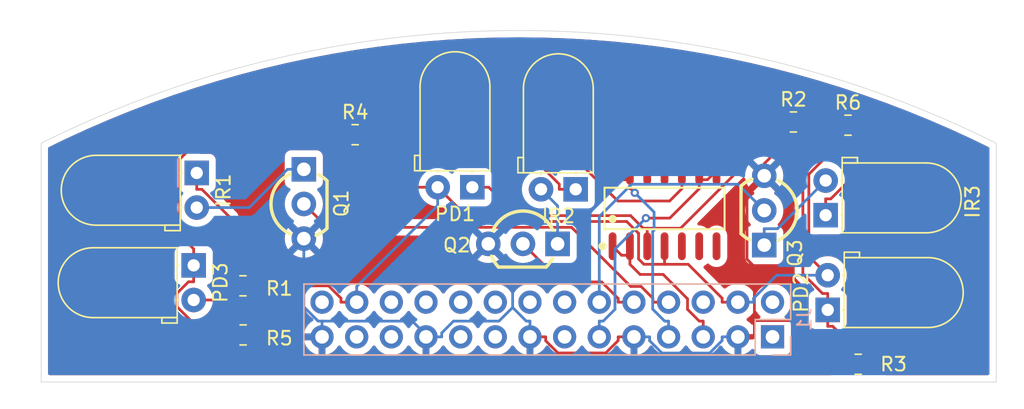
<source format=kicad_pcb>
(kicad_pcb (version 20240108) (generator "pcbnew") (generator_version "8.0")
  (title_block (title "Gerber Files sensor") (date "2024-03-20") (rev "v0.0") (company "UCT") (comment 1 "Author: Kealeboga Motlhankane") (comment 2 "Student Number: MTLKEA016"))
  (layers (0 "F.Cu" signal) (31 "B.Cu" signal) (34 "B.Paste" user) (35 "F.Paste" user) (36 "B.SilkS" user "B.Silkscreen") (37 "F.SilkS" user "F.Silkscreen") (38 "B.Mask" user) (39 "F.Mask" user) (44 "Edge.Cuts" user))
  (net 0 "")
  (net 1 "BATT")
  (net 2 "Net-(IR1-C)")
  (net 3 "Net-(IR1-A)")
  (net 4 "Net-(IR2-A)")
  (net 5 "/PA7")
  (net 6 "/PA6")
  (net 7 "/RESV2")
  (net 8 "GND")
  (net 9 "/PE8")
  (net 10 "/PE12")
  (net 12 "/RESV3")
  (net 13 "/RESV1")
  (net 14 "Net-(IR2-C)")
  (net 15 "/PC4")
  (net 16 "PE15")
  (net 17 "Net-(IR3-A)")
  (net 18 "/PE9")
  (net 19 "Net-(IR3-C)")
  (net 21 "/PC5")
  (net 22 "/AB0")
  (net 23 "BF1")
  (net 24 "/PE10")
  (net 25 "/PE11")
  (net 26 "BF3")
  (net 27 "BF2")
  (net 28 "PE13")
  (net 29 "PE14")
  (net 30 "OUT1")
  (net 31 "OUT2")
  (net 32 "OUT3")
  (footprint "easyeda2kicad:TO-92-3_L4.8-W3.7-P2.54-R" (layer "F.Cu") (at 117.25 124.95 90)
    (property "Reference" "Q1" (at 0.04 2.75 -90) (layer "F.SilkS"))
    (property "Value" "2N2222A" (hide yes))
    (fp_line (start -1.78 1.7) (end 1.7 1.7) (stroke (width 0.25)) (layer "F.SilkS"))
    (fp_arc (start -2.2 -0.99) (mid -0.007425 -2.406598) (end 2.193813 -1.0035) (stroke (width 0.25)) (layer "F.SilkS"))
    (fp_arc (start 2.15 1.08) (mid 1.950169 1.407745) (end 1.700584 1.69939) (stroke (width 0.25)) (layer "F.SilkS"))
    (fp_arc (start -1.8 1.69) (mid -2.087327 1.318774) (end -2.2992 0.899876) (stroke (width 0.25)) (layer "F.SilkS"))
    (fp_arc (start -1.78 1.7) (mid -1.791181 1.696583) (end -1.798541 1.687499) (stroke (width 0.25)) (layer "F.SilkS"))
    (pad "1" thru_hole rect (at 2.54 0) (size 1.8 1.8) (drill 0.999998) (layers "*.Cu" "*.Mask") (net 2 "Net-(IR1-C)"))
    (pad "2" thru_hole circle (at 0 0) (size 1.8 1.8) (drill 0.999998) (layers "*.Cu" "*.Mask") (net 16 "PE15"))
    (pad "3" thru_hole circle (at -2.54 0) (size 1.8 1.8) (drill 0.999998) (layers "*.Cu" "*.Mask") (net 8 "GND"))
  )
  (footprint "Resistor_SMD:R_0805_2012Metric" (layer "F.Cu") (at 112.8 134.55)
    (property "Reference" "R5" (at 2.65 0.25 0) (layer "F.SilkS"))
    (property "Value" "30k")
    (fp_line (start -0.227064 -0.735) (end 0.227064 -0.735) (stroke (width 0.12)) (layer "F.SilkS"))
    (fp_line (start -0.227064 0.735) (end 0.227064 0.735) (stroke (width 0.12)) (layer "F.SilkS"))
    (pad "1" smd roundrect (at -0.9125 0) (size 1.025 1.4) (layers "F.Cu" "F.Paste" "F.Mask") (roundrect_rratio 0.243902) (net 32 "OUT3"))
    (pad "2" smd roundrect (at 0.9125 0) (size 1.025 1.4) (layers "F.Cu" "F.Paste" "F.Mask") (roundrect_rratio 0.243902) (net 8 "GND"))
  )
  (footprint "LED_THT:LED_D5.0mm_Horizontal_O1.27mm_Z3.0mm_IRBlack" (layer "F.Cu") (at 137.175 123.875 180)
    (property "Reference" "IR2" (at 1.27 -1.96 180) (layer "F.SilkS"))
    (property "Value" "TSAL6200" (hide yes))
    (fp_line (start 4.23 2.33) (end 3.83 2.33) (stroke (width 0.12)) (layer "F.SilkS"))
    (fp_line (start 4.23 1.21) (end 4.23 2.33) (stroke (width 0.12)) (layer "F.SilkS"))
    (fp_line (start 3.83 2.33) (end 3.83 1.21) (stroke (width 0.12)) (layer "F.SilkS"))
    (fp_line (start 3.83 1.21) (end 4.23 1.21) (stroke (width 0.12)) (layer "F.SilkS"))
    (fp_line (start 3.83 1.21) (end 3.83 7.37) (stroke (width 0.12)) (layer "F.SilkS"))
    (fp_line (start 2.54 1.21) (end 2.54 1.21) (stroke (width 0.12)) (layer "F.SilkS"))
    (fp_line (start 2.54 1.21) (end 2.54 1.08) (stroke (width 0.12)) (layer "F.SilkS"))
    (fp_line (start 2.54 1.08) (end 2.54 1.21) (stroke (width 0.12)) (layer "F.SilkS"))
    (fp_line (start 2.54 1.08) (end 2.54 1.08) (stroke (width 0.12)) (layer "F.SilkS"))
    (fp_line (start 0 1.21) (end 0 1.21) (stroke (width 0.12)) (layer "F.SilkS"))
    (fp_line (start 0 1.21) (end 0 1.08) (stroke (width 0.12)) (layer "F.SilkS"))
    (fp_line (start 0 1.08) (end 0 1.21) (stroke (width 0.12)) (layer "F.SilkS"))
    (fp_line (start 0 1.08) (end 0 1.08) (stroke (width 0.12)) (layer "F.SilkS"))
    (fp_line (start -1.29 1.21) (end 3.83 1.21) (stroke (width 0.12)) (layer "F.SilkS"))
    (fp_line (start -1.29 1.21) (end -1.29 7.37) (stroke (width 0.12)) (layer "F.SilkS"))
    (fp_arc (start 3.83 7.37) (mid 1.27 9.93) (end -1.29 7.37) (stroke (width 0.12)) (layer "F.SilkS"))
    (pad "1" thru_hole rect (at 0 0 180) (size 1.8 1.8) (drill 0.9) (layers "*.Cu" "*.Mask") (net 4 "Net-(IR2-A)"))
    (pad "2" thru_hole circle (at 2.54 0 180) (size 1.8 1.8) (drill 0.9) (layers "*.Cu" "*.Mask") (net 14 "Net-(IR2-C)"))
  )
  (footprint "LED_THT:LED_D5.0mm_Horizontal_O1.27mm_Z3.0mm_IRBlack" (layer "F.Cu") (at 155.5 125.775 90)
    (property "Reference" "IR3" (at 0.985 10.77 90) (layer "F.SilkS"))
    (property "Value" "TSAL6200" (hide yes))
    (fp_line (start 2.54 1.08) (end 2.54 1.08) (stroke (width 0.12)) (layer "F.SilkS"))
    (fp_line (start 2.54 1.08) (end 2.54 1.21) (stroke (width 0.12)) (layer "F.SilkS"))
    (fp_line (start 0 1.08) (end 0 1.08) (stroke (width 0.12)) (layer "F.SilkS"))
    (fp_line (start 0 1.08) (end 0 1.21) (stroke (width 0.12)) (layer "F.SilkS"))
    (fp_line (start 4.23 1.21) (end 4.23 2.33) (stroke (width 0.12)) (layer "F.SilkS"))
    (fp_line (start 3.83 1.21) (end 4.23 1.21) (stroke (width 0.12)) (layer "F.SilkS"))
    (fp_line (start 3.83 1.21) (end 3.83 7.37) (stroke (width 0.12)) (layer "F.SilkS"))
    (fp_line (start 2.54 1.21) (end 2.54 1.08) (stroke (width 0.12)) (layer "F.SilkS"))
    (fp_line (start 2.54 1.21) (end 2.54 1.21) (stroke (width 0.12)) (layer "F.SilkS"))
    (fp_line (start 0 1.21) (end 0 1.08) (stroke (width 0.12)) (layer "F.SilkS"))
    (fp_line (start 0 1.21) (end 0 1.21) (stroke (width 0.12)) (layer "F.SilkS"))
    (fp_line (start -1.29 1.21) (end 3.83 1.21) (stroke (width 0.12)) (layer "F.SilkS"))
    (fp_line (start -1.29 1.21) (end -1.29 7.37) (stroke (width 0.12)) (layer "F.SilkS"))
    (fp_line (start 4.23 2.33) (end 3.83 2.33) (stroke (width 0.12)) (layer "F.SilkS"))
    (fp_line (start 3.83 2.33) (end 3.83 1.21) (stroke (width 0.12)) (layer "F.SilkS"))
    (fp_arc (start 3.83 7.37) (mid 1.27 9.93) (end -1.29 7.37) (stroke (width 0.12)) (layer "F.SilkS"))
    (pad "1" thru_hole rect (at 0 0 90) (size 1.8 1.8) (drill 0.9) (layers "*.Cu" "*.Mask") (net 17 "Net-(IR3-A)"))
    (pad "2" thru_hole circle (at 2.54 0 90) (size 1.8 1.8) (drill 0.9) (layers "*.Cu" "*.Mask") (net 19 "Net-(IR3-C)"))
  )
  (footprint "Resistor_SMD:R_0805_2012Metric" (layer "F.Cu") (at 157.1375 119.175)
    (property "Reference" "R6" (at 0 -1.65 0) (layer "F.SilkS"))
    (property "Value" "22")
    (fp_line (start -0.227064 -0.735) (end 0.227064 -0.735) (stroke (width 0.12)) (layer "F.SilkS"))
    (fp_line (start -0.227064 0.735) (end 0.227064 0.735) (stroke (width 0.12)) (layer "F.SilkS"))
    (pad "1" smd roundrect (at -0.9125 0) (size 1.025 1.4) (layers "F.Cu" "F.Paste" "F.Mask") (roundrect_rratio 0.243902) (net 1 "BATT"))
    (pad "2" smd roundrect (at 0.9125 0) (size 1.025 1.4) (layers "F.Cu" "F.Paste" "F.Mask") (roundrect_rratio 0.243902) (net 17 "Net-(IR3-A)"))
  )
  (footprint "Resistor_SMD:R_0805_2012Metric" (layer "F.Cu") (at 121.0125 119.875)
    (property "Reference" "R4" (at 0 -1.65 0) (layer "F.SilkS"))
    (property "Value" "22")
    (fp_line (start -0.227064 -0.735) (end 0.227064 -0.735) (stroke (width 0.12)) (layer "F.SilkS"))
    (fp_line (start -0.227064 0.735) (end 0.227064 0.735) (stroke (width 0.12)) (layer "F.SilkS"))
    (pad "1" smd roundrect (at -0.9125 0) (size 1.025 1.4) (layers "F.Cu" "F.Paste" "F.Mask") (roundrect_rratio 0.243902) (net 1 "BATT"))
    (pad "2" smd roundrect (at 0.9125 0) (size 1.025 1.4) (layers "F.Cu" "F.Paste" "F.Mask") (roundrect_rratio 0.243902) (net 4 "Net-(IR2-A)"))
  )
  (footprint "Resistor_SMD:R_0805_2012Metric" (layer "F.Cu") (at 153.1375 118.94)
    (property "Reference" "R2" (at 0 -1.65 0) (layer "F.SilkS"))
    (property "Value" "30k")
    (fp_line (start -0.227064 -0.735) (end 0.227064 -0.735) (stroke (width 0.12)) (layer "F.SilkS"))
    (fp_line (start -0.227064 0.735) (end 0.227064 0.735) (stroke (width 0.12)) (layer "F.SilkS"))
    (pad "1" smd roundrect (at -0.9125 0) (size 1.025 1.4) (layers "F.Cu" "F.Paste" "F.Mask") (roundrect_rratio 0.243902) (net 30 "OUT1"))
    (pad "2" smd roundrect (at 0.9125 0) (size 1.025 1.4) (layers "F.Cu" "F.Paste" "F.Mask") (roundrect_rratio 0.243902) (net 8 "GND"))
  )
  (footprint "LED_THT:LED_D5.0mm_Horizontal_O1.27mm_Z3.0mm_IRBlack" (layer "F.Cu") (at 109.4 122.675 -90)
    (property "Reference" "IR1" (at 1.27 -1.96 90) (layer "F.SilkS"))
    (property "Value" "TSAL6200" (hide yes))
    (fp_line (start 3.83 2.33) (end 3.83 1.21) (stroke (width 0.12)) (layer "F.SilkS"))
    (fp_line (start 4.23 2.33) (end 3.83 2.33) (stroke (width 0.12)) (layer "F.SilkS"))
    (fp_line (start -1.29 1.21) (end -1.29 7.37) (stroke (width 0.12)) (layer "F.SilkS"))
    (fp_line (start -1.29 1.21) (end 3.83 1.21) (stroke (width 0.12)) (layer "F.SilkS"))
    (fp_line (start 0 1.21) (end 0 1.21) (stroke (width 0.12)) (layer "F.SilkS"))
    (fp_line (start 0 1.21) (end 0 1.08) (stroke (width 0.12)) (layer "F.SilkS"))
    (fp_line (start 2.54 1.21) (end 2.54 1.21) (stroke (width 0.12)) (layer "F.SilkS"))
    (fp_line (start 2.54 1.21) (end 2.54 1.08) (stroke (width 0.12)) (layer "F.SilkS"))
    (fp_line (start 3.83 1.21) (end 3.83 7.37) (stroke (width 0.12)) (layer "F.SilkS"))
    (fp_line (start 3.83 1.21) (end 4.23 1.21) (stroke (width 0.12)) (layer "F.SilkS"))
    (fp_line (start 4.23 1.21) (end 4.23 2.33) (stroke (width 0.12)) (layer "F.SilkS"))
    (fp_line (start 0 1.08) (end 0 1.21) (stroke (width 0.12)) (layer "F.SilkS"))
    (fp_line (start 0 1.08) (end 0 1.08) (stroke (width 0.12)) (layer "F.SilkS"))
    (fp_line (start 2.54 1.08) (end 2.54 1.21) (stroke (width 0.12)) (layer "F.SilkS"))
    (fp_line (start 2.54 1.08) (end 2.54 1.08) (stroke (width 0.12)) (layer "F.SilkS"))
    (fp_arc (start 3.83 7.37) (mid 1.27 9.93) (end -1.29 7.37) (stroke (width 0.12)) (layer "F.SilkS"))
    (pad "1" thru_hole rect (at 0 0 270) (size 1.8 1.8) (drill 0.9) (layers "*.Cu" "*.Mask") (net 3 "Net-(IR1-A)"))
    (pad "2" thru_hole circle (at 2.54 0 270) (size 1.8 1.8) (drill 0.9) (layers "*.Cu" "*.Mask") (net 2 "Net-(IR1-C)"))
  )
  (footprint "LED_THT:LED_D5.0mm_Horizontal_O1.27mm_Z3.0mm_IRGrey" (layer "F.Cu") (at 129.6 123.725 180)
    (property "Reference" "PD1" (at 1.27 -1.96 180) (layer "F.SilkS"))
    (property "Value" "PD333-3B/H0/L2" (hide yes))
    (fp_line (start 4.23 2.33) (end 3.83 2.33) (stroke (width 0.12)) (layer "F.SilkS"))
    (fp_line (start 4.23 1.21) (end 4.23 2.33) (stroke (width 0.12)) (layer "F.SilkS"))
    (fp_line (start 3.83 2.33) (end 3.83 1.21) (stroke (width 0.12)) (layer "F.SilkS"))
    (fp_line (start 3.83 1.21) (end 4.23 1.21) (stroke (width 0.12)) (layer "F.SilkS"))
    (fp_line (start 3.83 1.21) (end 3.83 7.37) (stroke (width 0.12)) (layer "F.SilkS"))
    (fp_line (start 2.54 1.21) (end 2.54 1.21) (stroke (width 0.12)) (layer "F.SilkS"))
    (fp_line (start 2.54 1.21) (end 2.54 1.08) (stroke (width 0.12)) (layer "F.SilkS"))
    (fp_line (start 2.54 1.08) (end 2.54 1.21) (stroke (width 0.12)) (layer "F.SilkS"))
    (fp_line (start 2.54 1.08) (end 2.54 1.08) (stroke (width 0.12)) (layer "F.SilkS"))
    (fp_line (start 0 1.21) (end 0 1.21) (stroke (width 0.12)) (layer "F.SilkS"))
    (fp_line (start 0 1.21) (end 0 1.08) (stroke (width 0.12)) (layer "F.SilkS"))
    (fp_line (start 0 1.08) (end 0 1.21) (stroke (width 0.12)) (layer "F.SilkS"))
    (fp_line (start 0 1.08) (end 0 1.08) (stroke (width 0.12)) (layer "F.SilkS"))
    (fp_line (start -1.29 1.21) (end 3.83 1.21) (stroke (width 0.12)) (layer "F.SilkS"))
    (fp_line (start -1.29 1.21) (end -1.29 7.37) (stroke (width 0.12)) (layer "F.SilkS"))
    (fp_arc (start 3.83 7.37) (mid 1.27 9.93) (end -1.29 7.37) (stroke (width 0.12)) (layer "F.SilkS"))
    (pad "1" thru_hole rect (at 0 0 180) (size 1.8 1.8) (drill 0.9) (layers "*.Cu" "*.Mask") (net 30 "OUT1"))
    (pad "2" thru_hole circle (at 2.54 0 180) (size 1.8 1.8) (drill 0.9) (layers "*.Cu" "*.Mask") (net 1 "BATT"))
  )
  (footprint "LED_THT:LED_D5.0mm_Horizontal_O1.27mm_Z3.0mm_IRGrey" (layer "F.Cu") (at 155.65 132.715 90)
    (property "Reference" "PD2" (at 1.27 -1.96 90) (layer "F.SilkS"))
    (property "Value" "PD333-3B/H0/L2" (hide yes))
    (fp_line (start 2.54 1.08) (end 2.54 1.08) (stroke (width 0.12)) (layer "F.SilkS"))
    (fp_line (start 2.54 1.08) (end 2.54 1.21) (stroke (width 0.12)) (layer "F.SilkS"))
    (fp_line (start 0 1.08) (end 0 1.08) (stroke (width 0.12)) (layer "F.SilkS"))
    (fp_line (start 0 1.08) (end 0 1.21) (stroke (width 0.12)) (layer "F.SilkS"))
    (fp_line (start 4.23 1.21) (end 4.23 2.33) (stroke (width 0.12)) (layer "F.SilkS"))
    (fp_line (start 3.83 1.21) (end 4.23 1.21) (stroke (width 0.12)) (layer "F.SilkS"))
    (fp_line (start 3.83 1.21) (end 3.83 7.37) (stroke (width 0.12)) (layer "F.SilkS"))
    (fp_line (start 2.54 1.21) (end 2.54 1.08) (stroke (width 0.12)) (layer "F.SilkS"))
    (fp_line (start 2.54 1.21) (end 2.54 1.21) (stroke (width 0.12)) (layer "F.SilkS"))
    (fp_line (start 0 1.21) (end 0 1.08) (stroke (width 0.12)) (layer "F.SilkS"))
    (fp_line (start 0 1.21) (end 0 1.21) (stroke (width 0.12)) (layer "F.SilkS"))
    (fp_line (start -1.29 1.21) (end 3.83 1.21) (stroke (width 0.12)) (layer "F.SilkS"))
    (fp_line (start -1.29 1.21) (end -1.29 7.37) (stroke (width 0.12)) (layer "F.SilkS"))
    (fp_line (start 4.23 2.33) (end 3.83 2.33) (stroke (width 0.12)) (layer "F.SilkS"))
    (fp_line (start 3.83 2.33) (end 3.83 1.21) (stroke (width 0.12)) (layer "F.SilkS"))
    (fp_arc (start 3.83 7.37) (mid 1.27 9.93) (end -1.29 7.37) (stroke (width 0.12)) (layer "F.SilkS"))
    (pad "1" thru_hole rect (at 0 0 90) (size 1.8 1.8) (drill 0.9) (layers "*.Cu" "*.Mask") (net 31 "OUT2"))
    (pad "2" thru_hole circle (at 2.54 0 90) (size 1.8 1.8) (drill 0.9) (layers "*.Cu" "*.Mask") (net 1 "BATT"))
  )
  (footprint "easyeda2kicad:SOIC-14_L8.7-W3.9-P1.27-LS6.0-BL" (layer "F.Cu") (at 143.69 125.28)
    (property "Reference" "U1" (hide yes))
    (property "Value" "LM324DT" (hide yes))
    (fp_line (start -4.4 -1.52) (end 4.4 -1.52) (stroke (width 0.15)) (layer "F.SilkS"))
    (fp_line (start -4.4 1.52) (end -4.4 -1.52) (stroke (width 0.15)) (layer "F.SilkS"))
    (fp_line (start 4.4 -1.52) (end 4.4 1.52) (stroke (width 0.15)) (layer "F.SilkS"))
    (fp_line (start 4.4 1.52) (end -4.4 1.52) (stroke (width 0.15)) (layer "F.SilkS"))
    (fp_circle (center -4.55 2.77) (end -4.4 2.77) (stroke (width 0.3)) (fill none) (layer "F.SilkS"))
    (fp_circle (center -3.81 0.77) (end -3.66 0.77) (stroke (width 0.3)) (fill none) (layer "F.SilkS"))
    (pad "1" smd oval (at -3.81 2.77) (size 0.57 2.04) (layers "F.Cu" "F.Paste" "F.Mask") (net 23 "BF1"))
    (pad "2" smd oval (at -2.54 2.77) (size 0.57 2.04) (layers "F.Cu" "F.Paste" "F.Mask") (net 23 "BF1"))
    (pad "3" smd oval (at -1.27 2.77) (size 0.57 2.04) (layers "F.Cu" "F.Paste" "F.Mask") (net 30 "OUT1"))
    (pad "4" smd oval (at 0 2.77) (size 0.57 2.04) (layers "F.Cu" "F.Paste" "F.Mask") (net 1 "BATT"))
    (pad "5" smd oval (at 1.27 2.77) (size 0.57 2.04) (layers "F.Cu" "F.Paste" "F.Mask"))
    (pad "6" smd oval (at 2.54 2.77) (size 0.57 2.04) (layers "F.Cu" "F.Paste" "F.Mask"))
    (pad "7" smd oval (at 3.81 2.77) (size 0.57 2.04) (layers "F.Cu" "F.Paste" "F.Mask"))
    (pad "8" smd oval (at 3.81 -2.77) (size 0.57 2.04) (layers "F.Cu" "F.Paste" "F.Mask") (net 26 "BF3"))
    (pad "9" smd oval (at 2.54 -2.77) (size 0.57 2.04) (layers "F.Cu" "F.Paste" "F.Mask") (net 26 "BF3"))
    (pad "10" smd oval (at 1.27 -2.77) (size 0.57 2.04) (layers "F.Cu" "F.Paste" "F.Mask") (net 32 "OUT3"))
    (pad "11" smd oval (at 0 -2.77) (size 0.57 2.04) (layers "F.Cu" "F.Paste" "F.Mask") (net 8 "GND"))
    (pad "12" smd oval (at -1.27 -2.77) (size 0.57 2.04) (layers "F.Cu" "F.Paste" "F.Mask") (net 31 "OUT2"))
    (pad "13" smd oval (at -2.54 -2.77) (size 0.57 2.04) (layers "F.Cu" "F.Paste" "F.Mask") (net 27 "BF2"))
    (pad "14" smd oval (at -3.81 -2.77) (size 0.57 2.04) (layers "F.Cu" "F.Paste" "F.Mask") (net 27 "BF2"))
  )
  (footprint "LED_THT:LED_D5.0mm_Horizontal_O1.27mm_Z3.0mm_IRGrey" (layer "F.Cu") (at 109.175 129.45 -90)
    (property "Reference" "PD3" (at 1.27 -1.96 90) (layer "F.SilkS"))
    (property "Value" "PD333-3B/H0/L2" (hide yes))
    (fp_line (start 3.83 2.33) (end 3.83 1.21) (stroke (width 0.12)) (layer "F.SilkS"))
    (fp_line (start 4.23 2.33) (end 3.83 2.33) (stroke (width 0.12)) (layer "F.SilkS"))
    (fp_line (start -1.29 1.21) (end -1.29 7.37) (stroke (width 0.12)) (layer "F.SilkS"))
    (fp_line (start -1.29 1.21) (end 3.83 1.21) (stroke (width 0.12)) (layer "F.SilkS"))
    (fp_line (start 0 1.21) (end 0 1.21) (stroke (width 0.12)) (layer "F.SilkS"))
    (fp_line (start 0 1.21) (end 0 1.08) (stroke (width 0.12)) (layer "F.SilkS"))
    (fp_line (start 2.54 1.21) (end 2.54 1.21) (stroke (width 0.12)) (layer "F.SilkS"))
    (fp_line (start 2.54 1.21) (end 2.54 1.08) (stroke (width 0.12)) (layer "F.SilkS"))
    (fp_line (start 3.83 1.21) (end 3.83 7.37) (stroke (width 0.12)) (layer "F.SilkS"))
    (fp_line (start 3.83 1.21) (end 4.23 1.21) (stroke (width 0.12)) (layer "F.SilkS"))
    (fp_line (start 4.23 1.21) (end 4.23 2.33) (stroke (width 0.12)) (layer "F.SilkS"))
    (fp_line (start 0 1.08) (end 0 1.21) (stroke (width 0.12)) (layer "F.SilkS"))
    (fp_line (start 0 1.08) (end 0 1.08) (stroke (width 0.12)) (layer "F.SilkS"))
    (fp_line (start 2.54 1.08) (end 2.54 1.21) (stroke (width 0.12)) (layer "F.SilkS"))
    (fp_line (start 2.54 1.08) (end 2.54 1.08) (stroke (width 0.12)) (layer "F.SilkS"))
    (fp_arc (start 3.83 7.37) (mid 1.27 9.93) (end -1.29 7.37) (stroke (width 0.12)) (layer "F.SilkS"))
    (pad "1" thru_hole rect (at 0 0 270) (size 1.8 1.8) (drill 0.9) (layers "*.Cu" "*.Mask") (net 32 "OUT3"))
    (pad "2" thru_hole circle (at 2.54 0 270) (size 1.8 1.8) (drill 0.9) (layers "*.Cu" "*.Mask") (net 1 "BATT"))
  )
  (footprint "easyeda2kicad:TO-92-3_L4.8-W3.7-P2.54-R" (layer "F.Cu") (at 150.9967 125.425 -90)
    (property "Reference" "Q3" (at 3.125 -2.2533 90) (layer "F.SilkS"))
    (property "Value" "2N2222A" (hide yes))
    (fp_line (start -1.78 1.7) (end 1.7 1.7) (stroke (width 0.25)) (layer "F.SilkS"))
    (fp_arc (start -1.78 1.7) (mid -1.791181 1.696583) (end -1.798541 1.687499) (stroke (width 0.25)) (layer "F.SilkS"))
    (fp_arc (start -1.8 1.69) (mid -2.087327 1.318774) (end -2.2992 0.899876) (stroke (width 0.25)) (layer "F.SilkS"))
    (fp_arc (start 2.15 1.08) (mid 1.950169 1.407745) (end 1.700584 1.69939) (stroke (width 0.25)) (layer "F.SilkS"))
    (fp_arc (start -2.2 -0.99) (mid -0.007425 -2.406598) (end 2.193813 -1.0035) (stroke (width 0.25)) (layer "F.SilkS"))
    (pad "1" thru_hole rect (at 2.54 0 180) (size 1.8 1.8) (drill 0.999998) (layers "*.Cu" "*.Mask") (net 19 "Net-(IR3-C)"))
    (pad "2" thru_hole circle (at 0 0 180) (size 1.8 1.8) (drill 0.999998) (layers "*.Cu" "*.Mask") (net 28 "PE13"))
    (pad "3" thru_hole circle (at -2.54 0 180) (size 1.8 1.8) (drill 0.999998) (layers "*.Cu" "*.Mask") (net 8 "GND"))
  )
  (footprint "easyeda2kicad:TO-92-3_L4.8-W3.7-P2.54-R" (layer "F.Cu") (at 133.31 127.875)
    (property "Reference" "Q2" (at -4.85 0.1 0) (layer "F.SilkS"))
    (property "Value" "2N2222A" (hide yes))
    (fp_line (start -1.78 1.7) (end 1.7 1.7) (stroke (width 0.25)) (layer "F.SilkS"))
    (fp_arc (start -2.2 -0.99) (mid -0.007425 -2.406598) (end 2.193813 -1.0035) (stroke (width 0.25)) (layer "F.SilkS"))
    (fp_arc (start -1.8 1.69) (mid -2.087327 1.318774) (end -2.2992 0.899876) (stroke (width 0.25)) (layer "F.SilkS"))
    (fp_arc (start -1.78 1.7) (mid -1.791181 1.696583) (end -1.798541 1.687499) (stroke (width 0.25)) (layer "F.SilkS"))
    (fp_arc (start 2.15 1.08) (mid 1.950169 1.407745) (end 1.700584 1.69939) (stroke (width 0.25)) (layer "F.SilkS"))
    (pad "1" thru_hole rect (at 2.54 0 270) (size 1.8 1.8) (drill 0.999998) (layers "*.Cu" "*.Mask") (net 14 "Net-(IR2-C)"))
    (pad "2" thru_hole circle (at 0 0 270) (size 1.8 1.8) (drill 0.999998) (layers "*.Cu" "*.Mask") (net 29 "PE14"))
    (pad "3" thru_hole circle (at -2.54 0 270) (size 1.8 1.8) (drill 0.999998) (layers "*.Cu" "*.Mask") (net 8 "GND"))
  )
  (footprint "Resistor_SMD:R_0805_2012Metric" (layer "F.Cu") (at 112.7875 130.95 180)
    (property "Reference" "R1" (at -2.6625 -0.2 180) (layer "F.SilkS"))
    (property "Value" "22")
    (fp_line (start -0.227064 0.735) (end 0.227064 0.735) (stroke (width 0.12)) (layer "F.SilkS"))
    (fp_line (start -0.227064 -0.735) (end 0.227064 -0.735) (stroke (width 0.12)) (layer "F.SilkS"))
    (pad "1" smd roundrect (at -0.9125 0 180) (size 1.025 1.4) (layers "F.Cu" "F.Paste" "F.Mask") (roundrect_rratio 0.243902) (net 1 "BATT"))
    (pad "2" smd roundrect (at 0.9125 0 180) (size 1.025 1.4) (layers "F.Cu" "F.Paste" "F.Mask") (roundrect_rratio 0.243902) (net 3 "Net-(IR1-A)"))
  )
  (footprint "Resistor_SMD:R_0805_2012Metric" (layer "F.Cu") (at 157.8875 136.7 180)
    (property "Reference" "R3" (at -2.5875 0 180) (layer "F.SilkS"))
    (property "Value" "30k")
    (fp_line (start -0.227064 0.735) (end 0.227064 0.735) (stroke (width 0.12)) (layer "F.SilkS"))
    (fp_line (start -0.227064 -0.735) (end 0.227064 -0.735) (stroke (width 0.12)) (layer "F.SilkS"))
    (pad "1" smd roundrect (at -0.9125 0 180) (size 1.025 1.4) (layers "F.Cu" "F.Paste" "F.Mask") (roundrect_rratio 0.243902) (net 31 "OUT2"))
    (pad "2" smd roundrect (at 0.9125 0 180) (size 1.025 1.4) (layers "F.Cu" "F.Paste" "F.Mask") (roundrect_rratio 0.243902) (net 8 "GND"))
  )
  (footprint "Connector_PinHeader_2.54mm:PinHeader_2x14_P2.54mm_Vertical" (layer "B.Cu") (at 151.605 134.69 90)
    (property "Reference" "J1" (at 1.27 2.33 -90) (layer "B.SilkS") (effects (justify mirror)))
    (property "Value" "Conn_02x14_Odd_Even" (hide yes))
    (fp_line (start 3.87 -34.35) (end -1.33 -34.35) (stroke (width 0.12)) (layer "B.SilkS"))
    (fp_line (start 3.87 -34.35) (end 3.87 1.33) (stroke (width 0.12)) (layer "B.SilkS"))
    (fp_line (start -1.33 -34.35) (end -1.33 -1.27) (stroke (width 0.12)) (layer "B.SilkS"))
    (fp_line (start 1.27 -1.27) (end -1.33 -1.27) (stroke (width 0.12)) (layer "B.SilkS"))
    (fp_line (start 3.87 1.33) (end 1.27 1.33) (stroke (width 0.12)) (layer "B.SilkS"))
    (fp_line (start 1.27 1.33) (end 1.27 -1.27) (stroke (width 0.12)) (layer "B.SilkS"))
    (fp_line (start 0 1.33) (end -1.33 1.33) (stroke (width 0.12)) (layer "B.SilkS"))
    (fp_line (start -1.33 1.33) (end -1.33 0) (stroke (width 0.12)) (layer "B.SilkS"))
    (pad "1" thru_hole rect (at 0 0 90) (size 1.7 1.7) (drill 1) (layers "*.Cu" "*.Mask") (net 12 "/RESV3"))
    (pad "2" thru_hole oval (at 2.54 0 90) (size 1.7 1.7) (drill 1) (layers "*.Cu" "*.Mask"))
    (pad "3" thru_hole oval (at 0 -2.54 90) (size 1.7 1.7) (drill 1) (layers "*.Cu" "*.Mask") (net 8 "GND"))
    (pad "4" thru_hole oval (at 2.54 -2.54 90) (size 1.7 1.7) (drill 1) (layers "*.Cu" "*.Mask") (net 1 "BATT"))
    (pad "5" thru_hole oval (at 0 -5.08 90) (size 1.7 1.7) (drill 1) (layers "*.Cu" "*.Mask") (net 23 "BF1"))
    (pad "6" thru_hole oval (at 2.54 -5.08 90) (size 1.7 1.7) (drill 1) (layers "*.Cu" "*.Mask") (net 7 "/RESV2"))
    (pad "7" thru_hole oval (at 0 -7.62 90) (size 1.7 1.7) (drill 1) (layers "*.Cu" "*.Mask") (net 27 "BF2"))
    (pad "8" thru_hole oval (at 2.54 -7.62 90) (size 1.7 1.7) (drill 1) (layers "*.Cu" "*.Mask") (net 16 "PE15"))
    (pad "9" thru_hole oval (at 0 -10.16 90) (size 1.7 1.7) (drill 1) (layers "*.Cu" "*.Mask") (net 8 "GND"))
    (pad "10" thru_hole oval (at 2.54 -10.16 90) (size 1.7 1.7) (drill 1) (layers "*.Cu" "*.Mask") (net 29 "PE14"))
    (pad "11" thru_hole oval (at 0 -12.7 90) (size 1.7 1.7) (drill 1) (layers "*.Cu" "*.Mask") (net 26 "BF3"))
    (pad "12" thru_hole oval (at 2.54 -12.7 90) (size 1.7 1.7) (drill 1) (layers "*.Cu" "*.Mask") (net 28 "PE13"))
    (pad "13" thru_hole oval (at 0 -15.24 90) (size 1.7 1.7) (drill 1) (layers "*.Cu" "*.Mask") (net 6 "/PA6"))
    (pad "14" thru_hole oval (at 2.54 -15.24 90) (size 1.7 1.7) (drill 1) (layers "*.Cu" "*.Mask") (net 10 "/PE12"))
    (pad "15" thru_hole oval (at 0 -17.78 90) (size 1.7 1.7) (drill 1) (layers "*.Cu" "*.Mask") (net 8 "GND"))
    (pad "16" thru_hole oval (at 2.54 -17.78 90) (size 1.7 1.7) (drill 1) (layers "*.Cu" "*.Mask") (net 25 "/PE11"))
    (pad "17" thru_hole oval (at 0 -20.32 90) (size 1.7 1.7) (drill 1) (layers "*.Cu" "*.Mask") (net 5 "/PA7"))
    (pad "18" thru_hole oval (at 2.54 -20.32 90) (size 1.7 1.7) (drill 1) (layers "*.Cu" "*.Mask") (net 24 "/PE10"))
    (pad "19" thru_hole oval (at 0 -22.86 90) (size 1.7 1.7) (drill 1) (layers "*.Cu" "*.Mask") (net 15 "/PC4"))
    (pad "20" thru_hole oval (at 2.54 -22.86 90) (size 1.7 1.7) (drill 1) (layers "*.Cu" "*.Mask") (net 18 "/PE9"))
    (pad "21" thru_hole oval (at 0 -25.4 90) (size 1.7 1.7) (drill 1) (layers "*.Cu" "*.Mask") (net 8 "GND"))
    (pad "22" thru_hole oval (at 2.54 -25.4 90) (size 1.7 1.7) (drill 1) (layers "*.Cu" "*.Mask") (net 9 "/PE8"))
    (pad "23" thru_hole oval (at 0 -27.94 90) (size 1.7 1.7) (drill 1) (layers "*.Cu" "*.Mask") (net 21 "/PC5"))
    (pad "24" thru_hole oval (at 2.54 -27.94 90) (size 1.7 1.7) (drill 1) (layers "*.Cu" "*.Mask") (net 13 "/RESV1"))
    (pad "25" thru_hole oval (at 0 -30.48 90) (size 1.7 1.7) (drill 1) (layers "*.Cu" "*.Mask") (net 22 "/AB0"))
    (pad "26" thru_hole oval (at 2.54 -30.48 90) (size 1.7 1.7) (drill 1) (layers "*.Cu" "*.Mask") (net 1 "BATT"))
    (pad "27" thru_hole oval (at 0 -33.02 90) (size 1.7 1.7) (drill 1) (layers "*.Cu" "*.Mask") (net 8 "GND"))
    (pad "28" thru_hole oval (at 2.54 -33.02 90) (size 1.7 1.7) (drill 1) (layers "*.Cu" "*.Mask"))
  )
  (gr_arc (start 98 120.5) (mid 133 112.237621) (end 168 120.5) (stroke (width 0.05)) (layer "Edge.Cuts"))
  (gr_line (start 168 138) (end 168 120.5) (stroke (width 0.05)) (layer "Edge.Cuts"))
  (gr_line (start 98 138) (end 168 138) (stroke (width 0.05)) (layer "Edge.Cuts"))
  (gr_line (start 98 138) (end 98 120.5) (stroke (width 0.05)) (layer "Edge.Cuts"))
  (segment (start 129.57 126.235) (end 140.918 126.235) (width 0.2) (layer "F.Cu") (net 1))
  (segment (start 154.265 122.771) (end 156.225 120.811) (width 0.2) (layer "F.Cu") (net 1))
  (segment (start 113.7 130.95) (end 112.66 131.99) (width 0.2) (layer "F.Cu") (net 1))
  (segment (start 147.913 131.862) (end 145.423 129.372) (width 0.2) (layer "F.Cu") (net 1))
  (segment (start 121.125 132.15) (end 119.973 132.15) (width 0.2) (layer "F.Cu") (net 1))
  (segment (start 155.65 130.175) (end 154.265 128.79) (width 0.2) (layer "F.Cu") (net 1))
  (segment (start 141.785 127.102) (end 141.785 128.984) (width 0.2) (layer "F.Cu") (net 1))
  (segment (start 143.69 128.05) (end 143.69 129.372) (width 0.2) (layer "F.Cu") (net 1))
  (segment (start 140.918 126.235) (end 141.785 127.102) (width 0.2) (layer "F.Cu") (net 1))
  (segment (start 127.06 123.725) (end 129.57 126.235) (width 0.2) (layer "F.Cu") (net 1))
  (segment (start 154.265 128.79) (end 154.265 122.771) (width 0.2) (layer "F.Cu") (net 1))
  (segment (start 120.1 119.875) (end 123.95 123.725) (width 0.2) (layer "F.Cu") (net 1))
  (segment (start 156.225 120.811) (end 156.225 119.175) (width 0.2) (layer "F.Cu") (net 1))
  (segment (start 119.973 131.862) (end 119.061 130.95) (width 0.2) (layer "F.Cu") (net 1))
  (segment (start 145.423 129.372) (end 143.69 129.372) (width 0.2) (layer "F.Cu") (net 1))
  (segment (start 123.95 123.725) (end 127.06 123.725) (width 0.2) (layer "F.Cu") (net 1))
  (segment (start 149.065 132.15) (end 147.913 132.15) (width 0.2) (layer "F.Cu") (net 1))
  (segment (start 142.173 129.372) (end 143.69 129.372) (width 0.2) (layer "F.Cu") (net 1))
  (segment (start 119.973 132.15) (end 119.973 131.862) (width 0.2) (layer "F.Cu") (net 1))
  (segment (start 112.66 131.99) (end 109.175 131.99) (width 0.2) (layer "F.Cu") (net 1))
  (segment (start 141.785 128.984) (end 142.173 129.372) (width 0.2) (layer "F.Cu") (net 1))
  (segment (start 119.061 130.95) (end 113.7 130.95) (width 0.2) (layer "F.Cu") (net 1))
  (segment (start 147.913 132.15) (end 147.913 131.862) (width 0.2) (layer "F.Cu") (net 1))
  (segment (start 151.904 130.175) (end 155.65 130.175) (width 0.2) (layer "B.Cu") (net 1))
  (segment (start 149.065 132.15) (end 150.217 132.15) (width 0.2) (layer "B.Cu") (net 1))
  (segment (start 150.217 132.15) (end 150.217 131.862) (width 0.2) (layer "B.Cu") (net 1))
  (segment (start 121.125 132.15) (end 121.125 130.998) (width 0.2) (layer "B.Cu") (net 1))
  (segment (start 121.125 130.998) (end 127.06 125.063) (width 0.2) (layer "B.Cu") (net 1))
  (segment (start 127.06 125.063) (end 127.06 123.725) (width 0.2) (layer "B.Cu") (net 1))
  (segment (start 150.217 131.862) (end 151.904 130.175) (width 0.2) (layer "B.Cu") (net 1))
  (segment (start 116.048 122.41) (end 113.243 125.215) (width 0.2) (layer "B.Cu") (net 2))
  (segment (start 113.243 125.215) (end 109.4 125.215) (width 0.2) (layer "B.Cu") (net 2))
  (segment (start 117.25 122.41) (end 116.048 122.41) (width 0.2) (layer "B.Cu") (net 2))
  (segment (start 111.875 125.976) (end 109.776 123.877) (width 0.2) (layer "F.Cu") (net 3))
  (segment (start 109.776 123.877) (end 109.4 123.877) (width 0.2) (layer "F.Cu") (net 3))
  (segment (start 111.875 130.95) (end 111.875 125.976) (width 0.2) (layer "F.Cu") (net 3))
  (segment (start 109.4 123.877) (end 109.4 122.675) (width 0.2) (layer "F.Cu") (net 3))
  (segment (start 135.973 123.5) (end 135.973 123.875) (width 0.2) (layer "F.Cu") (net 4))
  (segment (start 135.973 123.875) (end 137.175 123.875) (width 0.2) (layer "F.Cu") (net 4))
  (segment (start 121.925 119.875) (end 132.349 119.875) (width 0.2) (layer "F.Cu") (net 4))
  (segment (start 132.349 119.875) (end 135.973 123.5) (width 0.2) (layer "F.Cu") (net 4))
  (segment (start 146.946 117.932) (end 152.734 117.932) (width 0.2) (layer "F.Cu") (net 8))
  (segment (start 139.381 135.871) (end 135.87 135.871) (width 0.2) (layer "F.Cu") (net 8))
  (segment (start 143.69 121.188) (end 146.946 117.932) (width 0.2) (layer "F.Cu") (net 8))
  (segment (start 140.293 134.69) (end 140.293 134.958) (width 0.2) (layer "F.Cu") (net 8))
  (segment (start 150.275 134.531) (end 150.275 133.496) (width 0.2) (layer "F.Cu") (net 8))
  (segment (start 143.69 122.51) (end 143.69 121.188) (width 0.2) (layer "F.Cu") (net 8))
  (segment (start 149.065 134.69) (end 150.116 134.69) (width 0.4) (layer "F.Cu") (net 8))
  (segment (start 135.87 135.871) (end 134.977 134.978) (width 0.2) (layer "F.Cu") (net 8))
  (segment (start 150.116 134.69) (end 150.275 134.531) (width 0.2) (layer "F.Cu") (net 8))
  (segment (start 153.771 133.496) (end 156.975 136.7) (width 0.2) (layer "F.Cu") (net 8))
  (segment (start 150.997 121.993) (end 153.896 119.094) (width 0.2) (layer "F.Cu") (net 8))
  (segment (start 141.445 134.69) (end 140.293 134.69) (width 0.2) (layer "F.Cu") (net 8))
  (segment (start 150.275 129.546) (end 149.734 129.005) (width 0.2) (layer "F.Cu") (net 8))
  (segment (start 152.734 117.932) (end 153.896 119.094) (width 0.2) (layer "F.Cu") (net 8))
  (segment (start 134.977 134.978) (end 134.977 134.69) (width 0.2) (layer "F.Cu") (net 8))
  (segment (start 153.896 119.094) (end 154.05 118.94) (width 0.2) (layer "F.Cu") (net 8))
  (segment (start 118.585 134.69) (end 113.852 134.69) (width 0.2) (layer "F.Cu") (net 8))
  (segment (start 149.734 129.005) (end 149.734 124.148) (width 0.2) (layer "F.Cu") (net 8))
  (segment (start 150.997 122.885) (end 150.997 121.993) (width 0.2) (layer "F.Cu") (net 8))
  (segment (start 150.275 133.496) (end 153.771 133.496) (width 0.2) (layer "F.Cu") (net 8))
  (segment (start 140.293 134.958) (end 139.381 135.871) (width 0.2) (layer "F.Cu") (net 8))
  (segment (start 149.734 124.148) (end 150.997 122.885) (width 0.2) (layer "F.Cu") (net 8))
  (segment (start 134.977 134.69) (end 133.825 134.69) (width 0.2) (layer "F.Cu") (net 8))
  (segment (start 113.852 134.69) (end 113.712 134.55) (width 0.2) (layer "F.Cu") (net 8))
  (segment (start 150.275 133.496) (end 150.275 129.546) (width 0.2) (layer "F.Cu") (net 8))
  (segment (start 118.585 133.538) (end 118.297 133.538) (width 0.2) (layer "B.Cu") (net 8))
  (segment (start 147.913 134.69) (end 149.065 134.69) (width 0.2) (layer "B.Cu") (net 8))
  (segment (start 127.357 134.69) (end 127.357 134.402) (width 0.2) (layer "B.Cu") (net 8))
  (segment (start 126.356 134.69) (end 127.357 134.69) (width 0.2) (layer "B.Cu") (net 8))
  (segment (start 132.555 132.537) (end 133.556 133.538) (width 0.2) (layer "B.Cu") (net 8))
  (segment (start 147.913 134.958) (end 147.913 134.69) (width 0.2) (layer "B.Cu") (net 8))
  (segment (start 128.22 133.538) (end 131.554 133.538) (width 0.2) (layer "B.Cu") (net 8))
  (segment (start 118.585 134.69) (end 118.585 133.538) (width 0.2) (layer "B.Cu") (net 8))
  (segment (start 146.993 135.879) (end 147.913 134.958) (width 0.2) (layer "B.Cu") (net 8))
  (segment (start 131.554 133.538) (end 132.555 132.537) (width 0.2) (layer "B.Cu") (net 8))
  (segment (start 125.204 133.538) (end 118.585 133.538) (width 0.2) (layer "B.Cu") (net 8))
  (segment (start 118.297 133.538) (end 117.25 132.491) (width 0.2) (layer "B.Cu") (net 8))
  (segment (start 130.77 127.875) (end 132.555 129.66) (width 0.2) (layer "B.Cu") (net 8))
  (segment (start 126.356 134.69) (end 125.204 133.538) (width 0.2) (layer "B.Cu") (net 8))
  (segment (start 133.556 133.538) (end 133.825 133.538) (width 0.2) (layer "B.Cu") (net 8))
  (segment (start 143.498 135.879) (end 146.993 135.879) (width 0.2) (layer "B.Cu") (net 8))
  (segment (start 142.597 134.978) (end 143.498 135.879) (width 0.2) (layer "B.Cu") (net 8))
  (segment (start 141.445 134.69) (end 142.597 134.69) (width 0.2) (layer "B.Cu") (net 8))
  (segment (start 142.597 134.69) (end 142.597 134.978) (width 0.2) (layer "B.Cu") (net 8))
  (segment (start 117.25 132.491) (end 117.25 127.49) (width 0.2) (layer "B.Cu") (net 8))
  (segment (start 132.555 129.66) (end 132.555 132.537) (width 0.2) (layer "B.Cu") (net 8))
  (segment (start 126.205 134.69) (end 126.356 134.69) (width 0.2) (layer "B.Cu") (net 8))
  (segment (start 133.825 133.538) (end 133.825 134.69) (width 0.2) (layer "B.Cu") (net 8))
  (segment (start 127.357 134.402) (end 128.22 133.538) (width 0.2) (layer "B.Cu") (net 8))
  (segment (start 135.85 127.875) (end 135.85 125.09) (width 0.2) (layer "B.Cu") (net 14))
  (segment (start 135.85 125.09) (end 134.635 123.875) (width 0.2) (layer "B.Cu") (net 14))
  (segment (start 142.833 132.15) (end 143.985 132.15) (width 0.2) (layer "F.Cu") (net 16))
  (segment (start 117.25 124.95) (end 118.963 126.663) (width 0.2) (layer "F.Cu") (net 16))
  (segment (start 141.97 130.998) (end 142.833 131.862) (width 0.2) (layer "F.Cu") (net 16))
  (segment (start 136.876 126.663) (end 141.212 130.998) (width 0.2) (layer "F.Cu") (net 16))
  (segment (start 118.963 126.663) (end 136.876 126.663) (width 0.2) (layer "F.Cu") (net 16))
  (segment (start 141.212 130.998) (end 141.97 130.998) (width 0.2) (layer "F.Cu") (net 16))
  (segment (start 142.833 131.862) (end 142.833 132.15) (width 0.2) (layer "F.Cu") (net 16))
  (segment (start 158.05 122.399) (end 155.876 124.573) (width 0.2) (layer "F.Cu") (net 17))
  (segment (start 155.876 124.573) (end 155.5 124.573) (width 0.2) (layer "F.Cu") (net 17))
  (segment (start 155.5 124.573) (end 155.5 125.775) (width 0.2) (layer "F.Cu") (net 17))
  (segment (start 158.05 119.175) (end 158.05 122.399) (width 0.2) (layer "F.Cu") (net 17))
  (segment (start 150.9967 127.3643) (end 150.9967 127.965) (width 0.2) (layer "B.Cu") (net 19))
  (segment (start 150.997 126.763) (end 151.972 126.763) (width 0.2) (layer "B.Cu") (net 19))
  (segment (start 150.997 127.965) (end 150.997 127.364) (width 0.2) (layer "B.Cu") (net 19))
  (segment (start 151.972 126.763) (end 155.5 123.235) (width 0.2) (layer "B.Cu") (net 19))
  (segment (start 150.997 127.364) (end 150.9967 127.3643) (width 0.2) (layer "B.Cu") (net 19))
  (segment (start 150.997 127.364) (end 150.997 126.763) (width 0.2) (layer "B.Cu") (net 19))
  (segment (start 141.15 129.372) (end 141.893 130.115) (width 0.2) (layer "F.Cu") (net 23))
  (segment (start 146.237 133.538) (end 146.525 133.538) (width 0.2) (layer "F.Cu") (net 23))
  (segment (start 141.15 128.711) (end 140.541 128.711) (width 0.2) (layer "F.Cu") (net 23))
  (segment (start 145.373 132.675) (end 146.237 133.538) (width 0.2) (layer "F.Cu") (net 23))
  (segment (start 140.541 128.711) (end 139.88 128.05) (width 0.2) (layer "F.Cu") (net 23))
  (segment (start 145.373 131.902) (end 145.373 132.675) (width 0.2) (layer "F.Cu") (net 23))
  (segment (start 141.15 128.711) (end 141.15 129.372) (width 0.2) (layer "F.Cu") (net 23))
  (segment (start 143.586 130.115) (end 145.373 131.902) (width 0.2) (layer "F.Cu") (net 23))
  (segment (start 141.15 128.05) (end 141.15 128.711) (width 0.2) (layer "F.Cu") (net 23))
  (segment (start 146.525 133.538) (end 146.525 134.69) (width 0.2) (layer "F.Cu") (net 23))
  (segment (start 141.893 130.115) (end 143.586 130.115) (width 0.2) (layer "F.Cu") (net 23))
  (segment (start 146.23 122.51) (end 146.23 123.171) (width 0.2) (layer "F.Cu") (net 26))
  (segment (start 142.322 125.989) (end 144.073 125.989) (width 0.2) (layer "F.Cu") (net 26))
  (segment (start 146.23 123.832) (end 146.23 123.171) (width 0.2) (layer "F.Cu") (net 26))
  (segment (start 144.073 125.989) (end 146.23 123.832) (width 0.2) (layer "F.Cu") (net 26))
  (segment (start 146.23 123.171) (end 146.839 123.171) (width 0.2) (layer "F.Cu") (net 26))
  (segment (start 146.839 123.171) (end 147.5 122.51) (width 0.2) (layer "F.Cu") (net 26))
  (via (at 142.322 125.989) (size 0.6) (drill 0.3) (layers "F.Cu" "B.Cu") (net 26))
  (segment (start 138.905 133.538) (end 139.193 133.538) (width 0.2) (layer "B.Cu") (net 26))
  (segment (start 140.057 132.675) (end 140.057 128.254) (width 0.2) (layer "B.Cu") (net 26))
  (segment (start 139.193 133.538) (end 140.057 132.675) (width 0.2) (layer "B.Cu") (net 26))
  (segment (start 138.905 134.69) (end 138.905 133.538) (width 0.2) (layer "B.Cu") (net 26))
  (segment (start 140.057 128.254) (end 142.322 125.989) (width 0.2) (layer "B.Cu") (net 26))
  (segment (start 140.541 123.171) (end 139.88 122.51) (width 0.2) (layer "F.Cu") (net 27))
  (segment (start 141.507 124.13) (end 141.209 123.832) (width 0.2) (layer "F.Cu") (net 27))
  (segment (start 141.209 123.832) (end 141.15 123.832) (width 0.2) (layer "F.Cu") (net 27))
  (segment (start 141.15 123.171) (end 140.541 123.171) (width 0.2) (layer "F.Cu") (net 27))
  (segment (start 141.15 123.832) (end 141.15 123.171) (width 0.2) (layer "F.Cu") (net 27))
  (segment (start 141.15 122.51) (end 141.15 123.171) (width 0.2) (layer "F.Cu") (net 27))
  (via (at 141.507 124.13) (size 0.6) (drill 0.3) (layers "F.Cu" "B.Cu") (net 27))
  (segment (start 143.985 134.69) (end 143.985 133.538) (width 0.2) (layer "B.Cu") (net 27))
  (segment (start 143.985 133.538) (end 143.697 133.538) (width 0.2) (layer "B.Cu") (net 27))
  (segment (start 142.819 132.66) (end 142.819 126.976) (width 0.2) (layer "B.Cu") (net 27))
  (segment (start 142.819 126.976) (end 142.924 126.871) (width 0.2) (layer "B.Cu") (net 27))
  (segment (start 142.924 125.547) (end 141.507 124.13) (width 0.2) (layer "B.Cu") (net 27))
  (segment (start 142.924 126.871) (end 142.924 125.547) (width 0.2) (layer "B.Cu") (net 27))
  (segment (start 143.697 133.538) (end 142.819 132.66) (width 0.2) (layer "B.Cu") (net 27))
  (segment (start 138.905 125.876) (end 141.275 123.506) (width 0.2) (layer "B.Cu") (net 28))
  (segment (start 141.275 123.506) (end 149.077 123.506) (width 0.2) (layer "B.Cu") (net 28))
  (segment (start 150.9967 125.425) (end 150.9968 125.4249) (width 0.2) (layer "B.Cu") (net 28))
  (segment (start 138.905 132.15) (end 138.905 125.876) (width 0.2) (layer "B.Cu") (net 28))
  (segment (start 150.9968 125.4249) (end 150.997 125.425) (width 0.2) (layer "B.Cu") (net 28))
  (segment (start 149.077 123.506) (end 150.9968 125.4249) (width 0.2) (layer "B.Cu") (net 28))
  (segment (start 133.31 127.875) (end 136.099 130.664) (width 0.2) (layer "F.Cu") (net 29))
  (segment (start 136.099 130.664) (end 139.076 130.664) (width 0.2) (layer "F.Cu") (net 29))
  (segment (start 140.293 132.15) (end 141.445 132.15) (width 0.2) (layer "F.Cu") (net 29))
  (segment (start 140.293 131.882) (end 140.293 132.15) (width 0.2) (layer "F.Cu") (net 29))
  (segment (start 139.076 130.664) (end 140.293 131.882) (width 0.2) (layer "F.Cu") (net 29))
  (segment (start 152.225 119.371) (end 152.225 118.94) (width 0.2) (layer "F.Cu") (net 30))
  (segment (start 142.42 126.728) (end 144.868 126.728) (width 0.2) (layer "F.Cu") (net 30))
  (segment (start 142.42 128.05) (end 142.42 126.728) (width 0.2) (layer "F.Cu") (net 30))
  (segment (start 141.197 125.805) (end 142.121 126.728) (width 0.2) (layer "F.Cu") (net 30))
  (segment (start 132.881 125.805) (end 141.197 125.805) (width 0.2) (layer "F.Cu") (net 30))
  (segment (start 130.802 123.725) (end 132.881 125.805) (width 0.2) (layer "F.Cu") (net 30))
  (segment (start 144.868 126.728) (end 152.225 119.371) (width 0.2) (layer "F.Cu") (net 30))
  (segment (start 129.6 123.725) (end 130.802 123.725) (width 0.2) (layer "F.Cu") (net 30))
  (segment (start 142.121 126.728) (end 142.42 126.728) (width 0.2) (layer "F.Cu") (net 30))
  (segment (start 154.917 118.29) (end 154.917 120.78) (width 0.2) (layer "F.Cu") (net 31))
  (segment (start 142.42 122.51) (end 142.42 121.188) (width 0.2) (layer "F.Cu") (net 31))
  (segment (start 154.153 117.525) (end 154.917 118.29) (width 0.2) (layer "F.Cu") (net 31))
  (segment (start 155.65 131.513) (end 155.65 132.715) (width 0.2) (layer "F.Cu") (net 31))
  (segment (start 158.8 136.7) (end 156.017 133.917) (width 0.2) (layer "F.Cu") (net 31))
  (segment (start 156.017 133.917) (end 155.65 133.917) (width 0.2) (layer "F.Cu") (net 31))
  (segment (start 153.828 121.868) (end 153.828 130.067) (width 0.2) (layer "F.Cu") (net 31))
  (segment (start 142.42 121.188) (end 146.083 117.525) (width 0.2) (layer "F.Cu") (net 31))
  (segment (start 153.828 130.067) (end 155.274 131.513) (width 0.2) (layer "F.Cu") (net 31))
  (segment (start 155.274 131.513) (end 155.65 131.513) (width 0.2) (layer "F.Cu") (net 31))
  (segment (start 155.65 133.917) (end 155.65 132.715) (width 0.2) (layer "F.Cu") (net 31))
  (segment (start 154.917 120.78) (end 153.828 121.868) (width 0.2) (layer "F.Cu") (net 31))
  (segment (start 146.083 117.525) (end 154.153 117.525) (width 0.2) (layer "F.Cu") (net 31))
  (segment (start 144.06 124.732) (end 140.259 124.732) (width 0.2) (layer "F.Cu") (net 32))
  (segment (start 134.381 118.854) (end 110.964 118.854) (width 0.2) (layer "F.Cu") (net 32))
  (segment (start 110.022 134.55) (end 111.8875 134.55) (width 0.2) (layer "F.Cu") (net 32))
  (segment (start 107.951 131.5) (end 107.951 132.48) (width 0.2) (layer "F.Cu") (net 32))
  (segment (start 144.96 123.832) (end 144.06 124.732) (width 0.2) (layer "F.Cu") (net 32))
  (segment (start 140.259 124.732) (end 134.381 118.854) (width 0.2) (layer "F.Cu") (net 32))
  (segment (start 108.16 121.658) (end 108.16 127.233) (width 0.2) (layer "F.Cu") (net 32))
  (segment (start 111.8875 134.55) (end 111.888 134.55) (width 0.2) (layer "F.Cu") (net 32))
  (segment (start 107.951 132.48) (end 110.022 134.55) (width 0.2) (layer "F.Cu") (net 32))
  (segment (start 144.96 122.51) (end 144.96 123.832) (width 0.2) (layer "F.Cu") (net 32))
  (segment (start 109.175 130.652) (end 108.8 130.652) (width 0.2) (layer "F.Cu") (net 32))
  (segment (start 108.8 130.652) (end 107.951 131.5) (width 0.2) (layer "F.Cu") (net 32))
  (segment (start 109.175 128.248) (end 109.175 129.45) (width 0.2) (layer "F.Cu") (net 32))
  (segment (start 110.964 118.854) (end 108.16 121.658) (width 0.2) (layer "F.Cu") (net 32))
  (segment (start 108.16 127.233) (end 109.175 128.248) (width 0.2) (layer "F.Cu") (net 32))
  (segment (start 109.175 129.45) (end 109.175 130.652) (width 0.2) (layer "F.Cu") (net 32))
  (zone (net 8) (net_name "GND") (layers "F&B.Cu") (connect_pads (clearance 0.5)) (min_thickness 0.25) (fill yes (thermal_gap 0.5) (thermal_bridge_width 0.5))
    (polygon (pts (xy 170.05 139.99) (xy 170 110) (xy 95.02 110.01) (xy 94.98 139.93)))
  )
)
</source>
